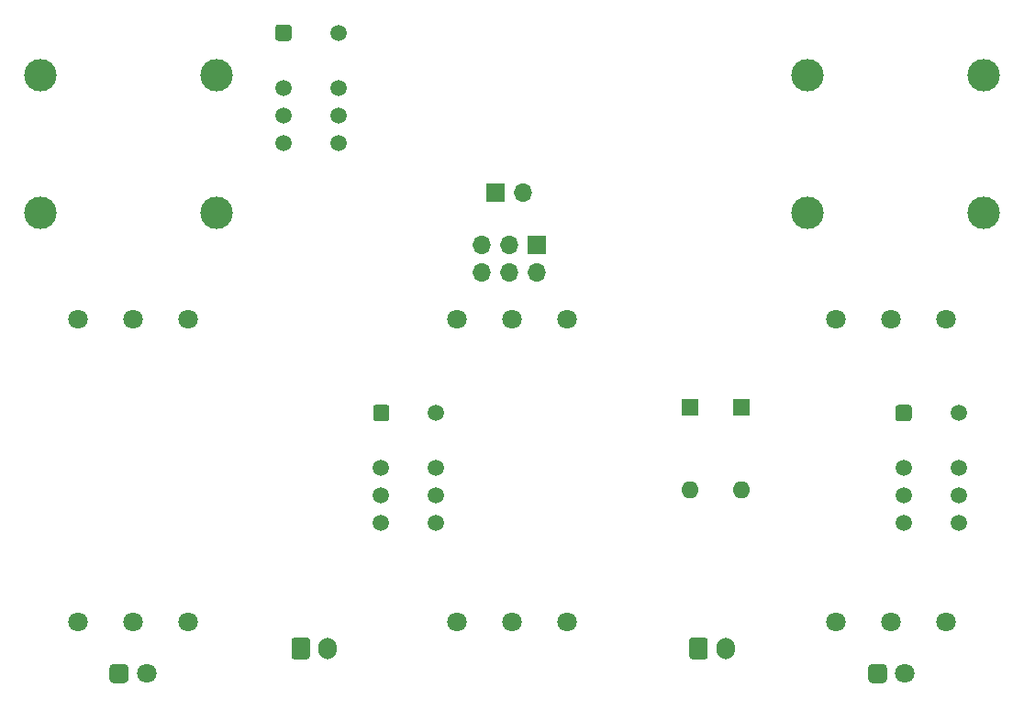
<source format=gbr>
%TF.GenerationSoftware,KiCad,Pcbnew,(5.1.9-0-10_14)*%
%TF.CreationDate,2021-06-12T10:18:14-06:00*%
%TF.ProjectId,template,74656d70-6c61-4746-952e-6b696361645f,rev?*%
%TF.SameCoordinates,Original*%
%TF.FileFunction,Soldermask,Bot*%
%TF.FilePolarity,Negative*%
%FSLAX46Y46*%
G04 Gerber Fmt 4.6, Leading zero omitted, Abs format (unit mm)*
G04 Created by KiCad (PCBNEW (5.1.9-0-10_14)) date 2021-06-12 10:18:14*
%MOMM*%
%LPD*%
G01*
G04 APERTURE LIST*
%ADD10C,1.800000*%
%ADD11O,1.700000X1.700000*%
%ADD12R,1.700000X1.700000*%
%ADD13C,3.000000*%
%ADD14O,1.700000X2.000000*%
%ADD15O,1.600000X1.600000*%
%ADD16R,1.600000X1.600000*%
%ADD17C,1.500000*%
G04 APERTURE END LIST*
D10*
%TO.C,RV6*%
X102580000Y-108000000D03*
X92420000Y-108000000D03*
X97500000Y-108000000D03*
%TD*%
D11*
%TO.C,J4*%
X129720000Y-75700000D03*
X129720000Y-73160000D03*
X132260000Y-75700000D03*
X132260000Y-73160000D03*
X134800000Y-75700000D03*
D12*
X134800000Y-73160000D03*
%TD*%
D13*
%TO.C,J3*%
X176005000Y-70225000D03*
X176005000Y-57525000D03*
X159775000Y-70225000D03*
X159775000Y-57525000D03*
%TD*%
D10*
%TO.C,RV4*%
X137580000Y-108000000D03*
X127420000Y-108000000D03*
X132500000Y-108000000D03*
%TD*%
D14*
%TO.C,SW2*%
X152200000Y-110400000D03*
G36*
G01*
X148850000Y-111150000D02*
X148850000Y-109650000D01*
G75*
G02*
X149100000Y-109400000I250000J0D01*
G01*
X150300000Y-109400000D01*
G75*
G02*
X150550000Y-109650000I0J-250000D01*
G01*
X150550000Y-111150000D01*
G75*
G02*
X150300000Y-111400000I-250000J0D01*
G01*
X149100000Y-111400000D01*
G75*
G02*
X148850000Y-111150000I0J250000D01*
G01*
G37*
%TD*%
%TO.C,SW1*%
X115500000Y-110400000D03*
G36*
G01*
X112150000Y-111150000D02*
X112150000Y-109650000D01*
G75*
G02*
X112400000Y-109400000I250000J0D01*
G01*
X113600000Y-109400000D01*
G75*
G02*
X113850000Y-109650000I0J-250000D01*
G01*
X113850000Y-111150000D01*
G75*
G02*
X113600000Y-111400000I-250000J0D01*
G01*
X112400000Y-111400000D01*
G75*
G02*
X112150000Y-111150000I0J250000D01*
G01*
G37*
%TD*%
D10*
%TO.C,RV3*%
X137580000Y-80000000D03*
X127420000Y-80000000D03*
X132500000Y-80000000D03*
%TD*%
D15*
%TO.C,D5*%
X148950000Y-95795000D03*
D16*
X148950000Y-88175000D03*
%TD*%
D15*
%TO.C,D6*%
X153700000Y-95770000D03*
D16*
X153700000Y-88150000D03*
%TD*%
D10*
%TO.C,RV1*%
X172580000Y-108000000D03*
X162420000Y-108000000D03*
X167500000Y-108000000D03*
%TD*%
%TO.C,D3*%
X168770000Y-112725000D03*
G36*
G01*
X165330000Y-113175000D02*
X165330000Y-112275000D01*
G75*
G02*
X165780000Y-111825000I450000J0D01*
G01*
X166680000Y-111825000D01*
G75*
G02*
X167130000Y-112275000I0J-450000D01*
G01*
X167130000Y-113175000D01*
G75*
G02*
X166680000Y-113625000I-450000J0D01*
G01*
X165780000Y-113625000D01*
G75*
G02*
X165330000Y-113175000I0J450000D01*
G01*
G37*
%TD*%
%TO.C,D2*%
X98770000Y-112725000D03*
G36*
G01*
X95330000Y-113175000D02*
X95330000Y-112275000D01*
G75*
G02*
X95780000Y-111825000I450000J0D01*
G01*
X96680000Y-111825000D01*
G75*
G02*
X97130000Y-112275000I0J-450000D01*
G01*
X97130000Y-113175000D01*
G75*
G02*
X96680000Y-113625000I-450000J0D01*
G01*
X95780000Y-113625000D01*
G75*
G02*
X95330000Y-113175000I0J450000D01*
G01*
G37*
%TD*%
%TO.C,RV5*%
X102580000Y-80000000D03*
X92420000Y-80000000D03*
X97500000Y-80000000D03*
%TD*%
%TO.C,RV2*%
X172580000Y-80000000D03*
X162420000Y-80000000D03*
X167500000Y-80000000D03*
%TD*%
D17*
%TO.C,K3*%
X125505000Y-88675000D03*
X125505000Y-93755000D03*
X125505000Y-96295000D03*
X125505000Y-98835000D03*
X120425000Y-98835000D03*
X120425000Y-96295000D03*
X120425000Y-93755000D03*
G36*
G01*
X119675000Y-89174500D02*
X119675000Y-88175500D01*
G75*
G02*
X119925500Y-87925000I250500J0D01*
G01*
X120924500Y-87925000D01*
G75*
G02*
X121175000Y-88175500I0J-250500D01*
G01*
X121175000Y-89174500D01*
G75*
G02*
X120924500Y-89425000I-250500J0D01*
G01*
X119925500Y-89425000D01*
G75*
G02*
X119675000Y-89174500I0J250500D01*
G01*
G37*
%TD*%
%TO.C,K2*%
X173705000Y-88675000D03*
X173705000Y-93755000D03*
X173705000Y-96295000D03*
X173705000Y-98835000D03*
X168625000Y-98835000D03*
X168625000Y-96295000D03*
X168625000Y-93755000D03*
G36*
G01*
X167875000Y-89174500D02*
X167875000Y-88175500D01*
G75*
G02*
X168125500Y-87925000I250500J0D01*
G01*
X169124500Y-87925000D01*
G75*
G02*
X169375000Y-88175500I0J-250500D01*
G01*
X169375000Y-89174500D01*
G75*
G02*
X169124500Y-89425000I-250500J0D01*
G01*
X168125500Y-89425000D01*
G75*
G02*
X167875000Y-89174500I0J250500D01*
G01*
G37*
%TD*%
%TO.C,K1*%
X116480000Y-53575000D03*
X116480000Y-58655000D03*
X116480000Y-61195000D03*
X116480000Y-63735000D03*
X111400000Y-63735000D03*
X111400000Y-61195000D03*
X111400000Y-58655000D03*
G36*
G01*
X110650000Y-54074500D02*
X110650000Y-53075500D01*
G75*
G02*
X110900500Y-52825000I250500J0D01*
G01*
X111899500Y-52825000D01*
G75*
G02*
X112150000Y-53075500I0J-250500D01*
G01*
X112150000Y-54074500D01*
G75*
G02*
X111899500Y-54325000I-250500J0D01*
G01*
X110900500Y-54325000D01*
G75*
G02*
X110650000Y-54074500I0J250500D01*
G01*
G37*
%TD*%
D13*
%TO.C,J2*%
X105230000Y-70225001D03*
X105230000Y-57525001D03*
X89000000Y-70225001D03*
X89000000Y-57525001D03*
%TD*%
D11*
%TO.C,J1*%
X133540000Y-68300000D03*
D12*
X131000000Y-68300000D03*
%TD*%
M02*

</source>
